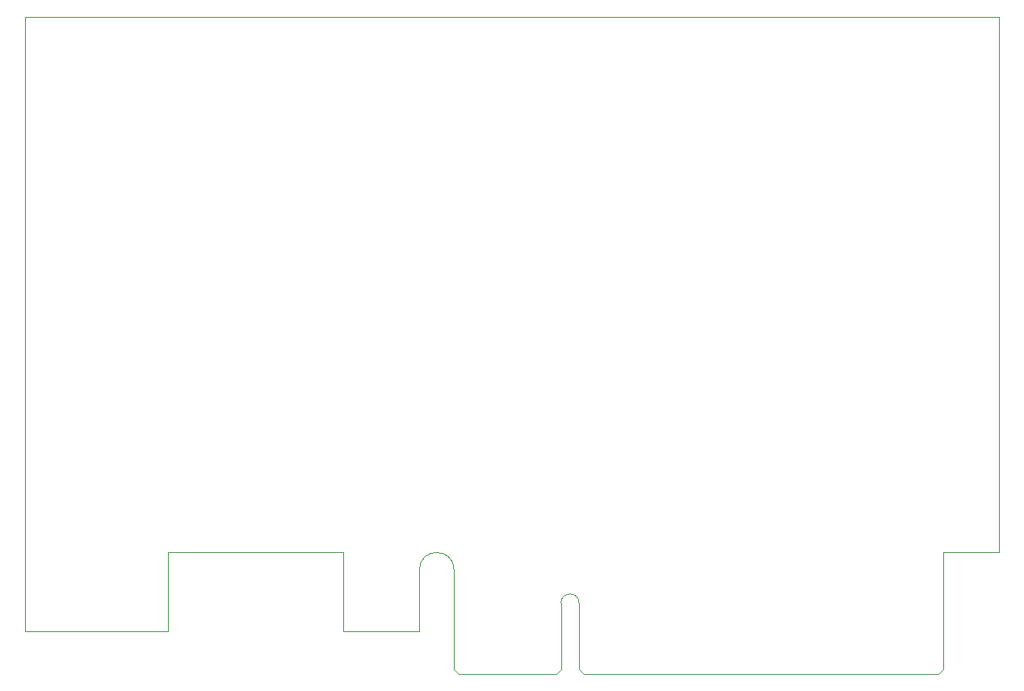
<source format=gm1>
G04*
G04 #@! TF.GenerationSoftware,Altium Limited,Altium Designer,20.0.13 (296)*
G04*
G04 Layer_Color=16711935*
%FSLAX44Y44*%
%MOMM*%
G71*
G01*
G75*
%ADD47C,0.1000*%
D47*
X581000Y74500D02*
G03*
X562000Y74500I-9500J0D01*
G01*
X450000Y109250D02*
G03*
X413500Y109250I-18250J0D01*
G01*
X958000Y0D02*
X963000Y5000D01*
X581000D02*
X586000Y0D01*
X557000D02*
X562000Y5000D01*
X450000D02*
X455000Y0D01*
X963000Y5000D02*
Y127500D01*
X586000Y0D02*
X958000D01*
X581000Y5000D02*
Y74500D01*
X562000Y5000D02*
Y74500D01*
X455000Y0D02*
X557000D01*
X450000Y5000D02*
Y109250D01*
X413500Y45000D02*
Y109250D01*
X333500Y45000D02*
X413500D01*
X333500D02*
Y127500D01*
X150000D02*
X333500D01*
X150000Y45000D02*
Y127500D01*
X0Y45000D02*
X150000D01*
X0D02*
Y689000D01*
X963000Y127500D02*
X1021500D01*
X1021500Y689000D02*
X1021500Y127500D01*
X0Y689000D02*
X1021500D01*
M02*

</source>
